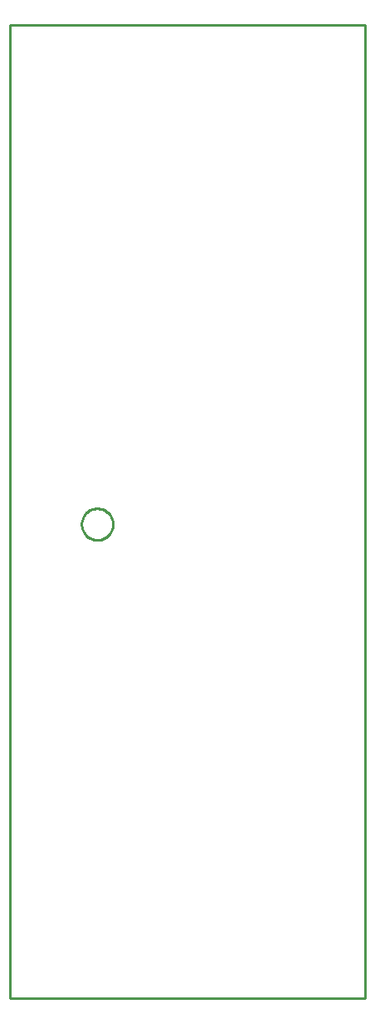
<source format=gko>
G04 EAGLE Gerber RS-274X export*
G75*
%MOMM*%
%FSLAX34Y34*%
%LPD*%
%INBoard Outline*%
%IPPOS*%
%AMOC8*
5,1,8,0,0,1.08239X$1,22.5*%
G01*
%ADD10C,0.000000*%
%ADD11C,0.254000*%


D10*
X0Y0D02*
X361950Y0D01*
X361950Y990600D01*
X0Y990500D01*
X0Y0D01*
X72898Y482600D02*
X72903Y482993D01*
X72917Y483385D01*
X72941Y483777D01*
X72975Y484168D01*
X73018Y484559D01*
X73071Y484948D01*
X73134Y485336D01*
X73205Y485722D01*
X73287Y486106D01*
X73378Y486488D01*
X73478Y486868D01*
X73587Y487245D01*
X73706Y487620D01*
X73833Y487991D01*
X73970Y488359D01*
X74116Y488724D01*
X74271Y489085D01*
X74434Y489442D01*
X74607Y489795D01*
X74787Y490143D01*
X74977Y490487D01*
X75175Y490827D01*
X75381Y491161D01*
X75595Y491490D01*
X75817Y491814D01*
X76047Y492132D01*
X76285Y492445D01*
X76530Y492752D01*
X76783Y493052D01*
X77043Y493346D01*
X77311Y493634D01*
X77585Y493915D01*
X77866Y494189D01*
X78154Y494457D01*
X78448Y494717D01*
X78748Y494970D01*
X79055Y495215D01*
X79368Y495453D01*
X79686Y495683D01*
X80010Y495905D01*
X80339Y496119D01*
X80673Y496325D01*
X81013Y496523D01*
X81357Y496713D01*
X81705Y496893D01*
X82058Y497066D01*
X82415Y497229D01*
X82776Y497384D01*
X83141Y497530D01*
X83509Y497667D01*
X83880Y497794D01*
X84255Y497913D01*
X84632Y498022D01*
X85012Y498122D01*
X85394Y498213D01*
X85778Y498295D01*
X86164Y498366D01*
X86552Y498429D01*
X86941Y498482D01*
X87332Y498525D01*
X87723Y498559D01*
X88115Y498583D01*
X88507Y498597D01*
X88900Y498602D01*
X89293Y498597D01*
X89685Y498583D01*
X90077Y498559D01*
X90468Y498525D01*
X90859Y498482D01*
X91248Y498429D01*
X91636Y498366D01*
X92022Y498295D01*
X92406Y498213D01*
X92788Y498122D01*
X93168Y498022D01*
X93545Y497913D01*
X93920Y497794D01*
X94291Y497667D01*
X94659Y497530D01*
X95024Y497384D01*
X95385Y497229D01*
X95742Y497066D01*
X96095Y496893D01*
X96443Y496713D01*
X96787Y496523D01*
X97127Y496325D01*
X97461Y496119D01*
X97790Y495905D01*
X98114Y495683D01*
X98432Y495453D01*
X98745Y495215D01*
X99052Y494970D01*
X99352Y494717D01*
X99646Y494457D01*
X99934Y494189D01*
X100215Y493915D01*
X100489Y493634D01*
X100757Y493346D01*
X101017Y493052D01*
X101270Y492752D01*
X101515Y492445D01*
X101753Y492132D01*
X101983Y491814D01*
X102205Y491490D01*
X102419Y491161D01*
X102625Y490827D01*
X102823Y490487D01*
X103013Y490143D01*
X103193Y489795D01*
X103366Y489442D01*
X103529Y489085D01*
X103684Y488724D01*
X103830Y488359D01*
X103967Y487991D01*
X104094Y487620D01*
X104213Y487245D01*
X104322Y486868D01*
X104422Y486488D01*
X104513Y486106D01*
X104595Y485722D01*
X104666Y485336D01*
X104729Y484948D01*
X104782Y484559D01*
X104825Y484168D01*
X104859Y483777D01*
X104883Y483385D01*
X104897Y482993D01*
X104902Y482600D01*
X104897Y482207D01*
X104883Y481815D01*
X104859Y481423D01*
X104825Y481032D01*
X104782Y480641D01*
X104729Y480252D01*
X104666Y479864D01*
X104595Y479478D01*
X104513Y479094D01*
X104422Y478712D01*
X104322Y478332D01*
X104213Y477955D01*
X104094Y477580D01*
X103967Y477209D01*
X103830Y476841D01*
X103684Y476476D01*
X103529Y476115D01*
X103366Y475758D01*
X103193Y475405D01*
X103013Y475057D01*
X102823Y474713D01*
X102625Y474373D01*
X102419Y474039D01*
X102205Y473710D01*
X101983Y473386D01*
X101753Y473068D01*
X101515Y472755D01*
X101270Y472448D01*
X101017Y472148D01*
X100757Y471854D01*
X100489Y471566D01*
X100215Y471285D01*
X99934Y471011D01*
X99646Y470743D01*
X99352Y470483D01*
X99052Y470230D01*
X98745Y469985D01*
X98432Y469747D01*
X98114Y469517D01*
X97790Y469295D01*
X97461Y469081D01*
X97127Y468875D01*
X96787Y468677D01*
X96443Y468487D01*
X96095Y468307D01*
X95742Y468134D01*
X95385Y467971D01*
X95024Y467816D01*
X94659Y467670D01*
X94291Y467533D01*
X93920Y467406D01*
X93545Y467287D01*
X93168Y467178D01*
X92788Y467078D01*
X92406Y466987D01*
X92022Y466905D01*
X91636Y466834D01*
X91248Y466771D01*
X90859Y466718D01*
X90468Y466675D01*
X90077Y466641D01*
X89685Y466617D01*
X89293Y466603D01*
X88900Y466598D01*
X88507Y466603D01*
X88115Y466617D01*
X87723Y466641D01*
X87332Y466675D01*
X86941Y466718D01*
X86552Y466771D01*
X86164Y466834D01*
X85778Y466905D01*
X85394Y466987D01*
X85012Y467078D01*
X84632Y467178D01*
X84255Y467287D01*
X83880Y467406D01*
X83509Y467533D01*
X83141Y467670D01*
X82776Y467816D01*
X82415Y467971D01*
X82058Y468134D01*
X81705Y468307D01*
X81357Y468487D01*
X81013Y468677D01*
X80673Y468875D01*
X80339Y469081D01*
X80010Y469295D01*
X79686Y469517D01*
X79368Y469747D01*
X79055Y469985D01*
X78748Y470230D01*
X78448Y470483D01*
X78154Y470743D01*
X77866Y471011D01*
X77585Y471285D01*
X77311Y471566D01*
X77043Y471854D01*
X76783Y472148D01*
X76530Y472448D01*
X76285Y472755D01*
X76047Y473068D01*
X75817Y473386D01*
X75595Y473710D01*
X75381Y474039D01*
X75175Y474373D01*
X74977Y474713D01*
X74787Y475057D01*
X74607Y475405D01*
X74434Y475758D01*
X74271Y476115D01*
X74116Y476476D01*
X73970Y476841D01*
X73833Y477209D01*
X73706Y477580D01*
X73587Y477955D01*
X73478Y478332D01*
X73378Y478712D01*
X73287Y479094D01*
X73205Y479478D01*
X73134Y479864D01*
X73071Y480252D01*
X73018Y480641D01*
X72975Y481032D01*
X72941Y481423D01*
X72917Y481815D01*
X72903Y482207D01*
X72898Y482600D01*
D11*
X0Y0D02*
X361950Y0D01*
X361950Y990600D01*
X0Y990500D01*
X0Y0D01*
X104902Y482076D02*
X104833Y481031D01*
X104697Y479992D01*
X104492Y478964D01*
X104221Y477952D01*
X103884Y476960D01*
X103483Y475992D01*
X103020Y475053D01*
X102496Y474145D01*
X101914Y473274D01*
X101276Y472443D01*
X100586Y471655D01*
X99845Y470914D01*
X99057Y470224D01*
X98226Y469586D01*
X97355Y469004D01*
X96447Y468480D01*
X95508Y468017D01*
X94540Y467616D01*
X93548Y467279D01*
X92536Y467008D01*
X91508Y466803D01*
X90469Y466667D01*
X89424Y466598D01*
X88376Y466598D01*
X87331Y466667D01*
X86292Y466803D01*
X85264Y467008D01*
X84252Y467279D01*
X83260Y467616D01*
X82292Y468017D01*
X81353Y468480D01*
X80445Y469004D01*
X79574Y469586D01*
X78743Y470224D01*
X77955Y470914D01*
X77214Y471655D01*
X76524Y472443D01*
X75886Y473274D01*
X75304Y474145D01*
X74780Y475053D01*
X74317Y475992D01*
X73916Y476960D01*
X73579Y477952D01*
X73308Y478964D01*
X73103Y479992D01*
X72967Y481031D01*
X72898Y482076D01*
X72898Y483124D01*
X72967Y484169D01*
X73103Y485208D01*
X73308Y486236D01*
X73579Y487248D01*
X73916Y488240D01*
X74317Y489208D01*
X74780Y490147D01*
X75304Y491055D01*
X75886Y491926D01*
X76524Y492757D01*
X77214Y493545D01*
X77955Y494286D01*
X78743Y494976D01*
X79574Y495614D01*
X80445Y496196D01*
X81353Y496720D01*
X82292Y497183D01*
X83260Y497584D01*
X84252Y497921D01*
X85264Y498192D01*
X86292Y498397D01*
X87331Y498533D01*
X88376Y498602D01*
X89424Y498602D01*
X90469Y498533D01*
X91508Y498397D01*
X92536Y498192D01*
X93548Y497921D01*
X94540Y497584D01*
X95508Y497183D01*
X96447Y496720D01*
X97355Y496196D01*
X98226Y495614D01*
X99057Y494976D01*
X99845Y494286D01*
X100586Y493545D01*
X101276Y492757D01*
X101914Y491926D01*
X102496Y491055D01*
X103020Y490147D01*
X103483Y489208D01*
X103884Y488240D01*
X104221Y487248D01*
X104492Y486236D01*
X104697Y485208D01*
X104833Y484169D01*
X104902Y483124D01*
X104902Y482076D01*
M02*

</source>
